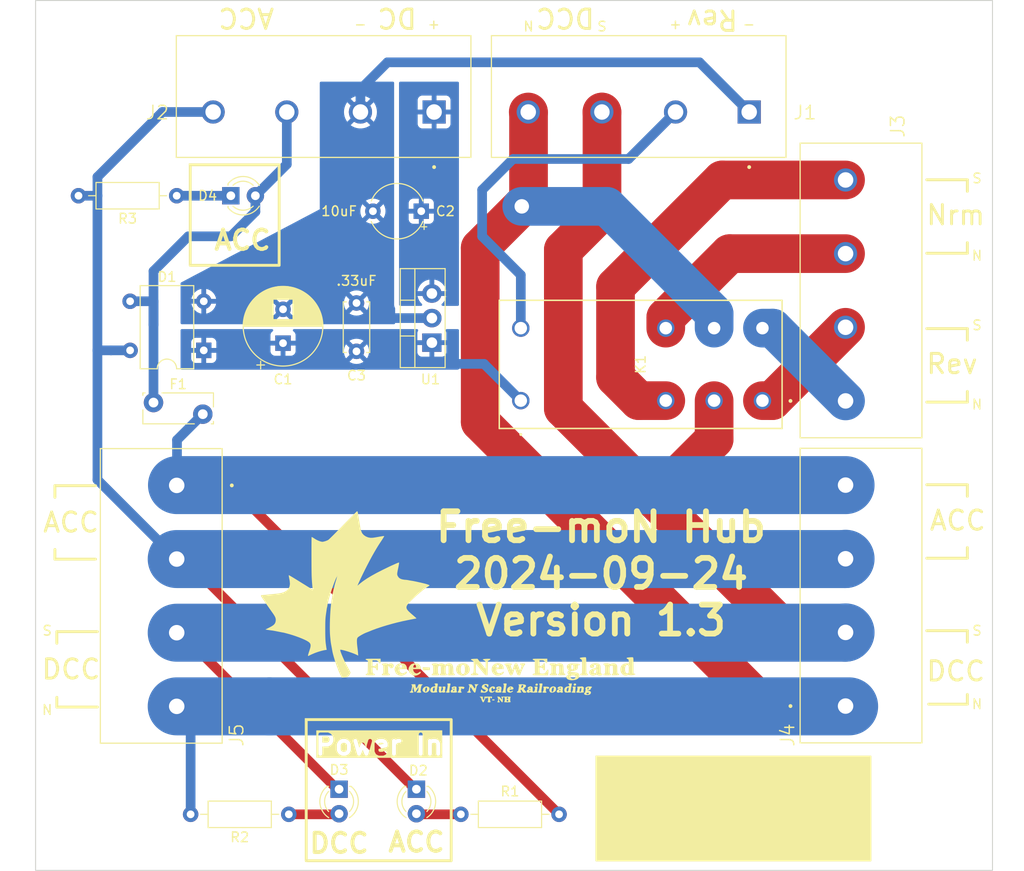
<source format=kicad_pcb>
(kicad_pcb (version 20241229) (generator "pcbnew") (generator_version "9.0")
  (title_block (title "Free-MoN Wiring Hub") (date "2024-09-24") (rev "1.3"))
  (layers (0 "F.Cu" signal) (2 "B.Cu" signal) (13 "F.Paste" user) (15 "B.Paste" user) (5 "F.SilkS" user "F.Silkscreen") (7 "B.SilkS" user "B.Silkscreen") (1 "F.Mask" user) (3 "B.Mask" user) (25 "Edge.Cuts" user))
  (net 0 "")
  (net 1 "Net-(J1-Pin_2)")
  (net 2 "Net-(D2-K)")
  (net 3 "/-12V")
  (net 4 "/+12V")
  (net 5 "Net-(J3-Pin_1)")
  (net 6 "Net-(J3-Pin_2)")
  (net 7 "Net-(J3-Pin_3)")
  (net 8 "Net-(J3-Pin_4)")
  (net 9 "Net-(D2-A)")
  (net 10 "Net-(D3-K)")
  (net 11 "Net-(D3-A)")
  (net 12 "Net-(D4-K)")
  (net 13 "Net-(J1-Pin_4)")
  (net 14 "/+Reg")
  (net 15 "Net-(D4-A)")
  (net 16 "Net-(J4-Pin_4)")
  (footprint "Resistor_THT:R_Axial_DIN0207_L6.3mm_D2.5mm_P10.16mm_Horizontal" (layer "F.Cu") (at 114.6 70 180)
    (property "Reference" "R3" (at 5.08 -2.37 0) (layer "F.SilkS"))
    (property "Value" "2.7k")
    (pad "1" thru_hole circle (at 0 0 180) (size 1.6 1.6) (drill 0.8) (layers "*.Cu" "*.Mask") (net 12 "Net-(D4-K)"))
    (pad "2" thru_hole oval (at 10.16 0 180) (size 1.6 1.6) (drill 0.8) (layers "*.Cu" "*.Mask") (net 2 "Net-(D2-K)"))
  )
  (footprint "MountingHole:MountingHole_4.3mm_M4" (layer "F.Cu") (at 106 56)
    (property "Reference" "REF**" (hide yes))
    (property "Value" "MountingHole_4.3mm_M4")
    (pad "" np_thru_hole circle (at 0 0) (size 4.3 4.3) (drill 4.3) (layers "*.Cu" "*.Mask"))
  )
  (footprint "Capacitor_THT:C_Disc_D5.0mm_W2.5mm_P5.00mm" (layer "F.Cu") (at 133.2 86.1 90)
    (property "Reference" "C3" (at -2.5 0 180) (layer "F.SilkS"))
    (property "Value" ".33uF" (at 7.3 0 180) (layer "F.SilkS"))
    (pad "1" thru_hole circle (at 0 0 90) (size 1.6 1.6) (drill 0.8) (layers "*.Cu" "*.Mask") (net 4 "/+12V"))
    (pad "2" thru_hole circle (at 5 0 90) (size 1.6 1.6) (drill 0.8) (layers "*.Cu" "*.Mask") (net 3 "/-12V"))
  )
  (footprint "Imports:AZ733-2C_AMZ" (layer "F.Cu") (at 150.2 91.2 90)
    (property "Reference" "K1" (at 3.75 12.4034 90) (layer "F.SilkS"))
    (property "Value" "AZ733-2CE-12DE")
    (pad "1" thru_hole circle (at 0 0.000001 90) (size 1.8034 1.8034) (drill 1.2954) (layers "*.Cu" "*.Mask") (net 4 "/+12V"))
    (pad "2" thru_hole circle (at 0 15.000002 90) (size 1.8034 1.8034) (drill 1.2954) (layers "*.Cu" "*.Mask") (net 8 "Net-(J3-Pin_4)"))
    (pad "3" thru_hole circle (at 0 20.000002 90) (size 1.8034 1.8034) (drill 1.2954) (layers "*.Cu" "*.Mask") (net 10 "Net-(D3-K)"))
    (pad "4" thru_hole circle (at 0 25.000002 90) (size 1.8034 1.8034) (drill 1.2954) (layers "*.Cu" "*.Mask") (net 6 "Net-(J3-Pin_2)"))
    (pad "5" thru_hole circle (at 7.5 25.000002 90) (size 1.8034 1.8034) (drill 1.2954) (layers "*.Cu" "*.Mask") (net 5 "Net-(J3-Pin_1)"))
    (pad "6" thru_hole circle (at 7.5 20.000002 90) (size 1.8034 1.8034) (drill 1.2954) (layers "*.Cu" "*.Mask") (net 13 "Net-(J1-Pin_4)"))
    (pad "7" thru_hole circle (at 7.5 15.000002 90) (size 1.8034 1.8034) (drill 1.2954) (layers "*.Cu" "*.Mask") (net 7 "Net-(J3-Pin_3)"))
    (pad "8" thru_hole circle (at 7.5 0.000001 90) (size 1.8034 1.8034) (drill 1.2954) (layers "*.Cu" "*.Mask") (net 1 "Net-(J1-Pin_2)"))
  )
  (footprint "myMods:Free-moNH-40" (layer "F.Cu") (at 142.5 113.1)
    (property "Reference" "G***" (hide yes))
    (property "Value" "LOGO" (hide yes))
  )
  (footprint "Imports:CUI_TB005-762-04BE" (layer "F.Cu") (at 183.8 91.23 90)
    (property "Reference" "J3" (at 28.43 5.4 90) (layer "F.SilkS") (effects (font (size 1.4 1.4))))
    (property "Value" "Screw_Terminal_01x04")
    (fp_text user "S" (at 23.03 13.6 0) (layer "F.SilkS"))
    (fp_text user "N" (at 15.03 13.6 0) (layer "F.SilkS"))
    (fp_text user "S" (at 7.83 13.6 0) (layer "F.SilkS"))
    (fp_text user "N" (at -0.37 13.6 0) (layer "F.SilkS"))
    (fp_text user "Rev" (at 3.83 8.2 0) (layer "F.SilkS") (effects (font (size 2 2) (thickness 0.3)) (justify left)))
    (fp_text user "Nrm" (at 19.23 8.2 0) (layer "F.SilkS") (effects (font (size 2 2) (thickness 0.3)) (justify left)))
    (pad "1" thru_hole rect (at 0 0 90) (size 2.4 2.4) (drill 1.6) (layers "*.Cu" "*.Mask") (net 5 "Net-(J3-Pin_1)"))
    (pad "2" thru_hole circle (at 7.62 0 90) (size 2.4 2.4) (drill 1.6) (layers "*.Cu" "*.Mask") (net 6 "Net-(J3-Pin_2)"))
    (pad "3" thru_hole circle (at 15.24 0 90) (size 2.4 2.4) (drill 1.6) (layers "*.Cu" "*.Mask") (net 7 "Net-(J3-Pin_3)"))
    (pad "4" thru_hole circle (at 22.86 0 90) (size 2.4 2.4) (drill 1.6) (layers "*.Cu" "*.Mask") (net 8 "Net-(J3-Pin_4)"))
  )
  (footprint "Imports:CUI_TB005-762-04BE" (layer "F.Cu") (at 141.23 61.3375 180)
    (property "Reference" "J2" (at 28.63 -0.0625 0) (layer "F.SilkS") (effects (font (size 1.4 1.4))))
    (property "Value" "Screw_Terminal_01x04")
    (fp_text user "ACC" (at 19.43 9.7375 180) (layer "F.SilkS") (effects (font (size 2 2) (thickness 0.3))))
    (fp_text user "DC" (at 3.83 9.7375 180) (layer "F.SilkS") (effects (font (size 2 2) (thickness 0.3))))
    (fp_text user "+" (at 0.03 8.9375 180) (layer "F.SilkS"))
    (fp_text user "-" (at 7.63 8.9375 180) (layer "F.SilkS"))
    (pad "1" thru_hole rect (at 0 0 180) (size 2.4 2.4) (drill 1.6) (layers "*.Cu" "*.Mask") (net 14 "/+Reg"))
    (pad "2" thru_hole circle (at 7.62 0 180) (size 2.4 2.4) (drill 1.6) (layers "*.Cu" "*.Mask") (net 3 "/-12V"))
    (pad "3" thru_hole circle (at 15.24 0 180) (size 2.4 2.4) (drill 1.6) (layers "*.Cu" "*.Mask") (net 15 "Net-(D4-A)"))
    (pad "4" thru_hole circle (at 22.86 0 180) (size 2.4 2.4) (drill 1.6) (layers "*.Cu" "*.Mask") (net 2 "Net-(D2-K)"))
  )
  (footprint "Package_TO_SOT_THT:TO-220-3_Vertical" (layer "F.Cu") (at 141 85.2 90)
    (property "Reference" "U1" (at -3.8 -0.145 180) (layer "F.SilkS"))
    (property "Value" "MIC2940A-12WT")
    (pad "1" thru_hole rect (at 0 0 90) (size 1.905 2) (drill 1.1) (layers "*.Cu" "*.Mask") (net 4 "/+12V"))
    (pad "2" thru_hole oval (at 2.54 0 90) (size 1.905 2) (drill 1.1) (layers "*.Cu" "*.Mask") (net 3 "/-12V"))
    (pad "3" thru_hole oval (at 5.08 0 90) (size 1.905 2) (drill 1.1) (layers "*.Cu" "*.Mask") (net 14 "/+Reg"))
  )
  (footprint "Capacitor_THT:CP_Radial_D8.0mm_P3.50mm" (layer "F.Cu") (at 125.6 85.252651 90)
    (property "Reference" "C1" (at -3.747349 0 180) (layer "F.SilkS"))
    (property "Value" "100uF")
    (pad "1" thru_hole rect (at 0 0 90) (size 1.6 1.6) (drill 0.8) (layers "*.Cu" "*.Mask") (net 4 "/+12V"))
    (pad "2" thru_hole circle (at 3.5 0 90) (size 1.6 1.6) (drill 0.8) (layers "*.Cu" "*.Mask") (net 3 "/-12V"))
  )
  (footprint "MountingHole:MountingHole_4.3mm_M4" (layer "F.Cu") (at 105.8 133.6)
    (property "Reference" "REF**" (hide yes))
    (property "Value" "MountingHole_4.3mm_M4")
    (pad "" np_thru_hole circle (at 0 0) (size 4.3 4.3) (drill 4.3) (layers "*.Cu" "*.Mask"))
  )
  (footprint "Resistor_THT:R_Axial_DIN0207_L6.3mm_D2.5mm_P10.16mm_Horizontal" (layer "F.Cu") (at 144 134)
    (property "Reference" "R1" (at 5.08 -2.37 0) (layer "F.SilkS"))
    (property "Value" "2.7k")
    (pad "1" thru_hole circle (at 0 0) (size 1.6 1.6) (drill 0.8) (layers "*.Cu" "*.Mask") (net 9 "Net-(D2-A)"))
    (pad "2" thru_hole oval (at 10.16 0) (size 1.6 1.6) (drill 0.8) (layers "*.Cu" "*.Mask") (net 16 "Net-(J4-Pin_4)"))
  )
  (footprint "MountingHole:MountingHole_4.3mm_M4" (layer "F.Cu") (at 192.8 56)
    (property "Reference" "REF**" (hide yes))
    (property "Value" "MountingHole_4.3mm_M4")
    (pad "" np_thru_hole circle (at 0 0) (size 4.3 4.3) (drill 4.3) (layers "*.Cu" "*.Mask"))
  )
  (footprint "LED_THT:LED_D3.0mm" (layer "F.Cu") (at 120.2 70)
    (property "Reference" "D4" (at -2.4 0 0) (layer "F.SilkS"))
    (property "Value" "Green")
    (property "Label" "ACC" (at 1.2 4.6 0) (layer "F.SilkS") (effects (font (size 2 2) (thickness 0.4) (bold yes))))
    (pad "1" thru_hole rect (at 0 0) (size 1.8 1.8) (drill 0.9) (layers "*.Cu" "*.Mask") (net 12 "Net-(D4-K)"))
    (pad "2" thru_hole circle (at 2.54 0) (size 1.8 1.8) (drill 0.9) (layers "*.Cu" "*.Mask") (net 15 "Net-(D4-A)"))
  )
  (footprint "Imports:CUI_TB005-762-04BE" (layer "F.Cu") (at 183.8 122.8 90)
    (property "Reference" "J4" (at -3 -6 90) (layer "F.SilkS") (effects (font (size 1.4 1.4))))
    (property "Value" "Screw_Terminal_01x04")
    (fp_text user "DCC" (at 3.6 11.4 0) (layer "F.SilkS") (effects (font (size 2 2) (thickness 0.3))))
    (fp_text user "ACC" (at 19.2 11.6 0) (layer "F.SilkS") (effects (font (size 2 2) (thickness 0.3))))
    (fp_text user "S" (at 7.8 13.6 0) (layer "F.SilkS"))
    (fp_text user "N" (at 0.2 13.6 0) (layer "F.SilkS"))
    (pad "1" thru_hole rect (at 0 0 90) (size 2.4 2.4) (drill 1.6) (layers "*.Cu" "*.Mask") (net 13 "Net-(J1-Pin_4)"))
    (pad "2" thru_hole circle (at 7.62 0 90) (size 2.4 2.4) (drill 1.6) (layers "*.Cu" "*.Mask") (net 10 "Net-(D3-K)"))
    (pad "3" thru_hole circle (at 15.24 0 90) (size 2.4 2.4) (drill 1.6) (layers "*.Cu" "*.Mask") (net 2 "Net-(D2-K)"))
    (pad "4" thru_hole circle (at 22.86 0 90) (size 2.4 2.4) (drill 1.6) (layers "*.Cu" "*.Mask") (net 16 "Net-(J4-Pin_4)"))
  )
  (footprint "Imports:CUI_TB005-762-04BE" (layer "F.Cu") (at 114.6 99.97 -90)
    (property "Reference" "J5" (at 25.83 -6.2 90) (layer "F.SilkS") (effects (font (size 1.4 1.4))))
    (property "Value" "Screw_Terminal_01x04")
    (fp_text user "DCC" (at 19.03 10.9375 0) (layer "F.SilkS") (effects (font (size 2 2) (thickness 0.3))))
    (fp_text user "S" (at 15.03 13.4 0) (layer "F.SilkS"))
    (fp_text user "ACC" (at 3.83 10.9375 0) (layer "F.SilkS") (effects (font (size 2 2) (thickness 0.3))))
    (fp_text user "N" (at 23.23 13.4 0) (layer "F.SilkS"))
    (pad "1" thru_hole rect (at 0 0 270) (size 2.4 2.4) (drill 1.6) (layers "*.Cu" "*.Mask") (net 16 "Net-(J4-Pin_4)"))
    (pad "2" thru_hole circle (at 7.62 0 270) (size 2.4 2.4) (drill 1.6) (layers "*.Cu" "*.Mask") (net 2 "Net-(D2-K)"))
    (pad "3" thru_hole circle (at 15.24 0 270) (size 2.4 2.4) (drill 1.6) (layers "*.Cu" "*.Mask") (net 10 "Net-(D3-K)"))
    (pad "4" thru_hole circle (at 22.86 0 270) (size 2.4 2.4) (drill 1.6) (layers "*.Cu" "*.Mask") (net 13 "Net-(J1-Pin_4)"))
  )
  (footprint "Fuse:Fuse_Bourns_MF-RG300" (layer "F.Cu") (at 112.2 91.4)
    (property "Reference" "F1" (at 2.55 -1.9 0) (layer "F.SilkS"))
    (property "Value" "Polyfuse")
    (pad "1" thru_hole circle (at 0 0) (size 2.01 2.01) (drill 1.01) (layers "*.Cu" "*.Mask") (net 15 "Net-(D4-A)"))
    (pad "2" thru_hole circle (at 5.1 1.2) (size 2.01 2.01) (drill 1.01) (layers "*.Cu" "*.Mask") (net 16 "Net-(J4-Pin_4)"))
  )
  (footprint "LED_THT:LED_D3.0mm" (layer "F.Cu") (at 131.4 131.4 -90)
    (property "Reference" "D3" (at -2 0 180) (layer "F.SilkS"))
    (property "Value" "Green")
    (fp_text user "${Label}" (at 5.6 0 0) (layer "F.SilkS") (effects (font (size 2 2) (thickness 0.4))))
    (pad "1" thru_hole rect (at 0 0 270) (size 1.8 1.8) (drill 0.9) (layers "*.Cu" "*.Mask") (net 10 "Net-(D3-K)"))
    (pad "2" thru_hole circle (at 2.54 0 270) (size 1.8 1.8) (drill 0.9) (layers "*.Cu" "*.Mask") (net 11 "Net-(D3-A)"))
  )
  (footprint "Imports:CUI_TB005-762-04BE" (layer "F.Cu") (at 173.83 61.3375 180)
    (property "Reference" "J1" (at -5.77 -0.0625 0) (layer "F.SilkS") (effects (font (size 1.4 1.4))))
    (property "Value" "Screw_Terminal_01x04")
    (fp_text user "DCC" (at 19.03 9.7375 180) (layer "F.SilkS") (effects (font (size 2 2) (thickness 0.3))))
    (fp_text user "Rev" (at 3.83 9.5375 180) (layer "F.SilkS") (effects (font (size 2 2) (thickness 0.3))))
    (fp_text user "N" (at 22.83 8.9375 180) (layer "F.SilkS"))
    (fp_text user "S" (at 15.23 8.9375 180) (layer "F.SilkS"))
    (fp_text user "+" (at 7.63 8.9375 180) (layer "F.SilkS"))
    (fp_text user "-" (at 0.03 8.9375 180) (layer "F.SilkS"))
    (pad "1" thru_hole rect (at 0 0 180) (size 2.4 2.4) (drill 1.6) (layers "*.Cu" "*.Mask") (net 3 "/-12V"))
    (pad "2" thru_hole circle (at 7.62 0 180) (size 2.4 2.4) (drill 1.6) (layers "*.Cu" "*.Mask") (net 1 "Net-(J1-Pin_2)"))
    (pad "3" thru_hole circle (at 15.24 0 180) (size 2.4 2.4) (drill 1.6) (layers "*.Cu" "*.Mask") (net 10 "Net-(D3-K)"))
    (pad "4" thru_hole circle (at 22.86 0 180) (size 2.4 2.4) (drill 1.6) (layers "*.Cu" "*.Mask") (net 13 "Net-(J1-Pin_4)"))
  )
  (footprint "Diode_THT:Diode_Bridge_DIP-4_W7.62mm_P5.08mm" (layer "F.Cu") (at 117.4 86 180)
    (property "Reference" "D1" (at 3.8 7.6 180) (layer "F.SilkS"))
    (property "Value" "DF02M")
    (pad "1" thru_hole rect (at 0 0 180) (size 1.6 1.6) (drill 0.8) (layers "*.Cu" "*.Mask") (net 4 "/+12V"))
    (pad "2" thru_hole oval (at 0 5.08 180) (size 1.6 1.6) (drill 0.8) (layers "*.Cu" "*.Mask") (net 3 "/-12V"))
    (pad "3" thru_hole oval (at 7.62 5.08 180) (size 1.6 1.6) (drill 0.8) (layers "*.Cu" "*.Mask") (net 15 "Net-(D4-A)"))
    (pad "4" thru_hole oval (at 7.62 0 180) (size 1.6 1.6) (drill 0.8) (layers "*.Cu" "*.Mask") (net 2 "Net-(D2-K)"))
  )
  (footprint "Resistor_THT:R_Axial_DIN0207_L6.3mm_D2.5mm_P10.16mm_Horizontal" (layer "F.Cu") (at 126.2 134 180)
    (property "Reference" "R2" (at 5.08 -2.37 0) (layer "F.SilkS"))
    (property "Value" "2.7k")
    (pad "1" thru_hole circle (at 0 0 180) (size 1.6 1.6) (drill 0.8) (layers "*.Cu" "*.Mask") (net 11 "Net-(D3-A)"))
    (pad "2" thru_hole oval (at 10.16 0 180) (size 1.6 1.6) (drill 0.8) (layers "*.Cu" "*.Mask") (net 13 "Net-(J1-Pin_4)"))
  )
  (footprint "LED_THT:LED_D3.0mm" (layer "F.Cu") (at 139.4 131.4 -90)
    (property "Reference" "D2" (at -1.925 -0.2 180) (layer "F.SilkS"))
    (property "Value" "Green")
    (fp_text user "${Label}" (at 5.475 0 0) (layer "F.SilkS") (effects (font (size 2 2) (thickness 0.4))))
    (pad "1" thru_hole rect (at 0 0 270) (size 1.8 1.8) (drill 0.9) (layers "*.Cu" "*.Mask") (net 2 "Net-(D2-K)"))
    (pad "2" thru_hole circle (at 2.54 0 270) (size 1.8 1.8) (drill 0.9) (layers "*.Cu" "*.Mask") (net 9 "Net-(D2-A)"))
  )
  (footprint "MountingHole:MountingHole_4.3mm_M4" (layer "F.Cu") (at 192.8 133.6)
    (property "Reference" "REF**" (hide yes))
    (property "Value" "MountingHole_4.3mm_M4")
    (pad "" np_thru_hole circle (at 0 0) (size 4.3 4.3) (drill 4.3) (layers "*.Cu" "*.Mask"))
  )
  (footprint "Capacitor_THT:CP_Radial_Tantal_D5.5mm_P5.00mm" (layer "F.Cu") (at 139.9 71.6 180)
    (property "Reference" "C2" (at -2.5 0 180) (layer "F.SilkS"))
    (property "Value" "10uF" (at 8.5 0 180) (layer "F.SilkS"))
    (pad "1" thru_hole rect (at 0 0 180) (size 1.6 1.6) (drill 0.8) (layers "*.Cu" "*.Mask") (net 14 "/+Reg"))
    (pad "2" thru_hole circle (at 5 0 180) (size 1.6 1.6) (drill 0.8) (layers "*.Cu" "*.Mask") (net 3 "/-12V"))
  )
  (gr_line (start 196.4 115) (end 196.4 116.2) (stroke (width 0.3)) (layer "F.SilkS"))
  (gr_line (start 102 100) (end 102 101.2) (stroke (width 0.3)) (layer "F.SilkS"))
  (gr_line (start 102 107.6) (end 102 106.6) (stroke (width 0.3)) (layer "F.SilkS"))
  (gr_rect (start 128 124.2) (end 143 138.8) (stroke (width 0.3)) (fill no) (layer "F.SilkS"))
  (gr_line (start 192.2 99.9) (end 196.4 99.9) (stroke (width 0.3)) (layer "F.SilkS"))
  (gr_line (start 196.4 91.35) (end 196.4 90.25) (stroke (width 0.3)) (layer "F.SilkS"))
  (gr_line (start 192.2 107.5) (end 196.4 107.5) (stroke (width 0.3)) (layer "F.SilkS"))
  (gr_line (start 192.2 75.95) (end 196.4 75.95) (stroke (width 0.3)) (layer "F.SilkS"))
  (gr_line (start 102.2 122.9) (end 102.2 121.9) (stroke (width 0.3)) (layer "F.SilkS"))
  (gr_line (start 192.2 91.35) (end 196.4 91.35) (stroke (width 0.3)) (layer "F.SilkS"))
  (gr_line (start 196.4 122.6) (end 196.4 121.6) (stroke (width 0.3)) (layer "F.SilkS"))
  (gr_line (start 192.4 122.6) (end 196.4 122.6) (stroke (width 0.3)) (layer "F.SilkS"))
  (gr_line (start 106.2 100) (end 102 100) (stroke (width 0.3)) (layer "F.SilkS"))
  (gr_line (start 106.4 122.9) (end 102.2 122.9) (stroke (width 0.3)) (layer "F.SilkS"))
  (gr_line (start 102.2 115.1) (end 102.2 116.3) (stroke (width 0.3)) (layer "F.SilkS"))
  (gr_line (start 192.2 68.35) (end 196.4 68.35) (stroke (width 0.3)) (layer "F.SilkS"))
  (gr_line (start 192.2 115) (end 196.4 115) (stroke (width 0.3)) (layer "F.SilkS"))
  (gr_line (start 196.4 68.35) (end 196.4 69.55) (stroke (width 0.3)) (layer "F.SilkS"))
  (gr_line (start 196.4 75.95) (end 196.4 74.85) (stroke (width 0.3)) (layer "F.SilkS"))
  (gr_line (start 106.2 107.6) (end 102 107.6) (stroke (width 0.3)) (layer "F.SilkS"))
  (gr_line (start 196.4 83.75) (end 196.4 84.95) (stroke (width 0.3)) (layer "F.SilkS"))
  (gr_line (start 196.4 99.9) (end 196.4 101.1) (stroke (width 0.3)) (layer "F.SilkS"))
  (gr_line (start 106.4 115.1) (end 102.2 115.1) (stroke (width 0.3)) (layer "F.SilkS"))
  (gr_rect (start 116 66.8) (end 125.2 77.2) (stroke (width 0.3)) (fill no) (layer "F.SilkS"))
  (gr_rect (start 158 128) (end 186.4 138.8) (stroke (width 0.15)) (fill yes) (layer "F.SilkS"))
  (gr_line (start 196.4 107.5) (end 196.4 106.4) (stroke (width 0.3)) (layer "F.SilkS"))
  (gr_line (start 192.2 83.75) (end 196.4 83.75) (stroke (width 0.3)) (layer "F.SilkS"))
  (gr_rect (start 100 49.8) (end 199 139.8) (stroke (width 0.1)) (fill no) (layer "Edge.Cuts"))
  (gr_text " Power In " (at 127.2 128 0) (layer "F.SilkS" knockout) (effects (font (size 2 2) (thickness 0.4) (bold yes)) (justify left bottom)))
  (gr_text "Free-moN Hub\n${ISSUE_DATE}\nVersion ${REVISION}" (at 158.5 115.7 0) (layer "F.SilkS") (effects (font (size 3 3) (thickness 0.6) (bold yes)) (justify bottom)))
  (segment (start 161.3475 66.2) (end 149.4 66.2) (width 1) (layer "B.Cu") (net 1))
  (segment (start 149.4 66.2) (end 146.2 69.4) (width 1) (layer "B.Cu") (net 1))
  (segment (start 146.2 69.4) (end 146.2 74.2) (width 1) (layer "B.Cu") (net 1))
  (segment (start 166.21 61.3375) (end 161.3475 66.2) (width 1) (layer "B.Cu") (net 1))
  (segment (start 150.200001 78.200001) (end 150.200001 83.7) (width 1) (layer "B.Cu") (net 1))
  (segment (start 146.2 74.2) (end 150.200001 78.200001) (width 1) (layer "B.Cu") (net 1))
  (segment (start 115.465 107.59) (end 114.6 107.59) (width 1) (layer "F.Cu") (net 2))
  (segment (start 139.275 131.4) (end 115.465 107.59) (width 1) (layer "F.Cu") (net 2))
  (segment (start 139.4 131.4) (end 139.275 131.4) (width 1) (layer "F.Cu") (net 2))
  (segment (start 104.44 70) (end 106.4 70) (width 1) (layer "B.Cu") (net 2))
  (segment (start 106.4 99.39) (end 106.4 86) (width 1) (layer "B.Cu") (net 2))
  (segment (start 114.6 107.59) (end 183.77 107.59) (width 6) (layer "B.Cu") (net 2))
  (segment (start 118.37 61.3375) (end 113.11625 61.3375) (width 1) (layer "B.Cu") (net 2))
  (segment (start 114.6 107.59) (end 106.4 99.39) (width 1) (layer "B.Cu") (net 2))
  (segment (start 183.77 107.59) (end 183.8 107.56) (width 6) (layer "B.Cu") (net 2))
  (segment (start 107.8 86) (end 106.4 86) (width 1) (layer "B.Cu") (net 2))
  (segment (start 106.4 68.05375) (end 106.4 70) (width 1) (layer "B.Cu") (net 2))
  (segment (start 113.11625 61.3375) (end 106.4 68.05375) (width 1) (layer "B.Cu") (net 2))
  (segment (start 106.4 70) (end 106.4 86) (width 1) (layer "B.Cu") (net 2))
  (segment (start 109.78 86) (end 107.8 86) (width 1) (layer "B.Cu") (net 2))
  (segment (start 141 82.66) (end 136.26 82.66) (width 1) (layer "B.Cu") (net 3))
  (segment (start 173.83 61.3375) (end 168.6925 56.2) (width 1) (layer "B.Cu") (net 3))
  (segment (start 136.4 56.2) (end 133.61 58.99) (width 1) (layer "B.Cu") (net 3))
  (segment (start 168.6925 56.2) (end 136.4 56.2) (width 1) (layer "B.Cu") (net 3))
  (segment (start 133.61 58.99) (end 133.61 61.3375) (width 1) (layer "B.Cu") (net 3))
  (segment (start 146.400001 87.4) (end 143 87.4) (width 1) (layer "B.Cu") (net 4))
  (segment (start 150.200001 91.2) (end 146.400001 87.4) (width 1) (layer "B.Cu") (net 4))
  (segment (start 175.200002 83.7) (end 176.27 83.7) (width 4) (layer "B.Cu") (net 5))
  (segment (start 176.27 83.7) (end 183.8 91.23) (width 4) (layer "B.Cu") (net 5))
  (segment (start 176.21 91.2) (end 183.8 83.61) (width 4) (layer "F.Cu") (net 6))
  (segment (start 175.200002 91.2) (end 176.21 91.2) (width 4) (layer "F.Cu") (net 6))
  (segment (start 165.200002 82.599998) (end 165.200002 83.7) (width 4) (layer "F.Cu") (net 7))
  (segment (start 183.8 75.99) (end 171.81 75.99) (width 4) (layer "F.Cu") (net 7))
  (segment (start 171.81 75.99) (end 165.200002 82.599998) (width 4) (layer "F.Cu") (net 7))
  (segment (start 165.200002 91.2) (end 162.4 91.2) (width 4) (layer "F.Cu") (net 8))
  (segment (start 162.4 91.2) (end 160 88.8) (width 4) (layer "F.Cu") (net 8))
  (segment (start 160 79.4) (end 171.03 68.37) (width 4) (layer "F.Cu") (net 8))
  (segment (start 160 88.8) (end 160 79.4) (width 4) (layer "F.Cu") (net 8))
  (segment (start 171.03 68.37) (end 183.8 68.37) (width 4) (layer "F.Cu") (net 8))
  (segment (start 144 134) (end 139.46 134) (width 1) (layer "F.Cu") (net 9))
  (segment (start 139.46 134) (end 139.4 133.94) (width 1) (layer "F.Cu") (net 9))
  (segment (start 154.6 92) (end 154.6 75.6) (width 4) (layer "F.Cu") (net 10))
  (segment (start 154.6 75.6) (end 158.6 71.6) (width 4) (layer "F.Cu") (net 10))
  (segment (start 183.78 115.2) (end 177.8 115.2) (width 4) (layer "F.Cu") (net 10))
  (segment (start 131.2 131.4) (end 115.01 115.21) (width 1) (layer "F.Cu") (net 10))
  (segment (start 158.6 61.3475) (end 158.59 61.3375) (width 4) (layer "F.Cu") (net 10))
  (segment (start 170.200002 91.2) (end 170.200002 95.199998) (width 4) (layer "F.Cu") (net 10))
  (segment (start 177.8 115.2) (end 164 101.4) (width 4) (layer "F.Cu") (net 10))
  (segment (start 164 101.4) (end 154.6 92) (width 4) (layer "F.Cu") (net 10))
  (segment (start 158.6 71.6) (end 158.6 61.3475) (width 4) (layer "F.Cu") (net 10))
  (segment (start 131.4 131.4) (end 131.2 131.4) (width 1) (layer "F.Cu") (net 10))
  (segment (start 170.200002 95.199998) (end 164 101.4) (width 4) (layer "F.Cu") (net 10))
  (segment (start 115.01 115.21) (end 114.6 115.21) (width 1) (layer "F.Cu") (net 10))
  (segment (start 183.77 115.21) (end 114.6 115.21) (width 6) (layer "B.Cu") (net 10))
  (segment (start 183.8 115.18) (end 183.77 115.21) (width 6) (layer "B.Cu") (net 10))
  (segment (start 131.26 134) (end 126.2 134) (width 1) (layer "F.Cu") (net 11))
  (segment (start 114.6 70) (end 120.2 70) (width 1) (layer "B.Cu") (net 12))
  (segment (start 150.3 71.1) (end 151 70.4) (width 4) (layer "F.Cu") (net 13))
  (segment (start 146 75.4) (end 146 93.4) (width 4) (layer "F.Cu") (net 13))
  (segment (start 175.4 122.8) (end 184.2 122.8) (width 4) (layer "F.Cu") (net 13))
  (segment (start 151 70.4) (end 151 61.3675) (width 4) (layer "F.Cu") (net 13))
  (segment (start 150.3 71.1) (end 146 75.4) (width 4) (layer "F.Cu") (net 13))
  (segment (start 151 61.3675) (end 150.97 61.3375) (width 4) (layer "F.Cu") (net 13))
  (segment (start 146 93.4) (end 175.4 122.8) (width 4) (layer "F.Cu") (net 13))
  (via (at 150.3 71.1) (size 2) (drill 1.5) (layers "F.Cu" "B.Cu") (net 13))
  (segment (start 150.3 71.1) (end 159.1 71.1) (width 4) (layer "B.Cu") (net 13))
  (segment (start 116.04 134) (end 116.04 124.27) (width 1) (layer "B.Cu") (net 13))
  (segment (start 159.1 71.1) (end 170.200002 82.200002) (width 4) (layer "B.Cu") (net 13))
  (segment (start 170.200002 82.200002) (end 170.200002 83.7) (width 4) (layer "B.Cu") (net 13))
  (segment (start 116.04 124.27) (end 114.6 122.83) (width 1) (layer "B.Cu") (net 13))
  (segment (start 114.6 122.83) (end 124.2 122.83) (width 6) (layer "B.Cu") (net 13))
  (segment (start 124.2 122.83) (end 184.17 122.83) (width 6) (layer "B.Cu") (net 13))
  (segment (start 112.2 77.8) (end 112.2 83.34) (width 1) (layer "B.Cu") (net 15))
  (segment (start 109.78 80.92) (end 112.2 80.92) (width 1) (layer "B.Cu") (net 15))
  (segment (start 125.99 61.3375) (end 125.99 66.75) (width 1) (layer "B.Cu") (net 15))
  (segment (start 125.99 66.75) (end 122.74 70) (width 1) (layer "B.Cu") (net 15))
  (segment (start 112.2 83.34) (end 112.2 91.4) (width 1) (layer "B.Cu") (net 15))
  (segment (start 115.8 74.2) (end 112.2 77.8) (width 1) (layer "B.Cu") (net 15))
  (segment (start 122.74 70) (end 122.74 71.66) (width 1) (layer "B.Cu") (net 15))
  (segment (start 112.2 80.92) (end 112.2 83.34) (width 1) (layer "B.Cu") (net 15))
  (segment (start 122.74 71.66) (end 120.2 74.2) (width 1) (layer "B.Cu") (net 15))
  (segment (start 120.2 74.2) (end 115.8 74.2) (width 1) (layer "B.Cu") (net 15))
  (segment (start 114.6 99.97) (end 120.13 99.97) (width 1) (layer "F.Cu") (net 16))
  (segment (start 120.13 99.97) (end 154.16 134) (width 1) (layer "F.Cu") (net 16))
  (segment (start 114.63 99.94) (end 114.63 95.27) (width 1) (layer "B.Cu") (net 16))
  (segment (start 114.63 95.27) (end 117.3 92.6) (width 1) (layer "B.Cu") (net 16))
  (segment (start 183.8 99.94) (end 114.63 99.94) (width 6) (layer "B.Cu") (net 16))
  (segment (start 113.4 98.71) (end 114.63 99.94) (width 1) (layer "B.Cu") (net 16))
  (zone (net 3) (net_name "/-12V") (layer "B.Cu") (connect_pads (clearance 0.5)) (min_thickness 0.25) (fill yes (thermal_gap 0.5) (thermal_bridge_width 0.5))
    (polygon (pts (xy 115 83.4) (xy 137.2 83.4) (xy 137.2 58.2) (xy 129.4 58.2) (xy 129.4 71.4) (xy 115 79)))
  )
  (zone (net 14) (net_name "/+Reg") (layer "B.Cu") (priority 2) (connect_pads (clearance 0.5)) (min_thickness 0.25) (fill yes (thermal_gap 0.5) (thermal_bridge_width 0.5))
    (polygon (pts (xy 143.8 81.4) (xy 137.6 81.4) (xy 137.6 58.2) (xy 143.8 58.2)))
  )
  (zone (net 4) (net_name "/+12V") (layer "B.Cu") (priority 1) (connect_pads (clearance 0.5)) (min_thickness 0.25) (fill yes (thermal_gap 0.5) (thermal_bridge_width 0.5))
    (polygon (pts (xy 115 83.8) (xy 143.8 83.8) (xy 143.8 88) (xy 115 88)))
  )
)
</source>
